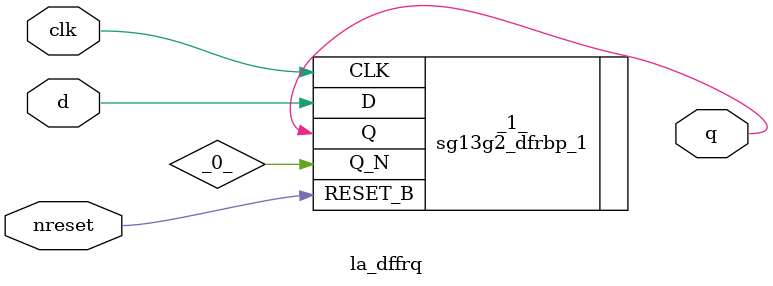
<source format=v>

/* Generated by Yosys 0.44 (git sha1 80ba43d26, g++ 11.4.0-1ubuntu1~22.04 -fPIC -O3) */

(* top =  1  *)
(* src = "generated" *)
module la_dffrq (
    d,
    clk,
    nreset,
    q
);
  (* unused_bits = "0" *)
  wire _0_;
  (* src = "generated" *)
  input clk;
  wire clk;
  (* src = "generated" *)
  input d;
  wire d;
  (* src = "generated" *)
  input nreset;
  wire nreset;
  (* src = "generated" *)
  output q;
  wire q;
  (* src = "generated" *)
  sg13g2_dfrbp_1 _1_ (
      .CLK(clk),
      .D(d),
      .Q(q),
      .Q_N(_0_),
      .RESET_B(nreset)
  );
endmodule

</source>
